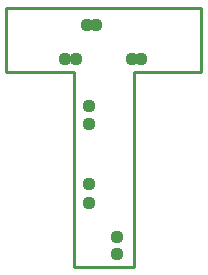
<source format=gbs>
G75*
%MOIN*%
%OFA0B0*%
%FSLAX24Y24*%
%IPPOS*%
%LPD*%
%AMOC8*
5,1,8,0,0,1.08239X$1,22.5*
%
%ADD10C,0.0100*%
%ADD11C,0.0437*%
D10*
X004642Y002517D02*
X006642Y002517D01*
X006642Y009017D01*
X008892Y009017D01*
X008892Y011142D01*
X002392Y011142D01*
X002392Y009017D01*
X004642Y009017D01*
X004642Y002517D01*
D11*
X006079Y002954D03*
X006079Y003517D03*
X005142Y004642D03*
X005142Y005267D03*
X005142Y007267D03*
X005142Y007892D03*
X004704Y009454D03*
X004329Y009454D03*
X005079Y010579D03*
X005392Y010579D03*
X006579Y009454D03*
X006892Y009454D03*
M02*

</source>
